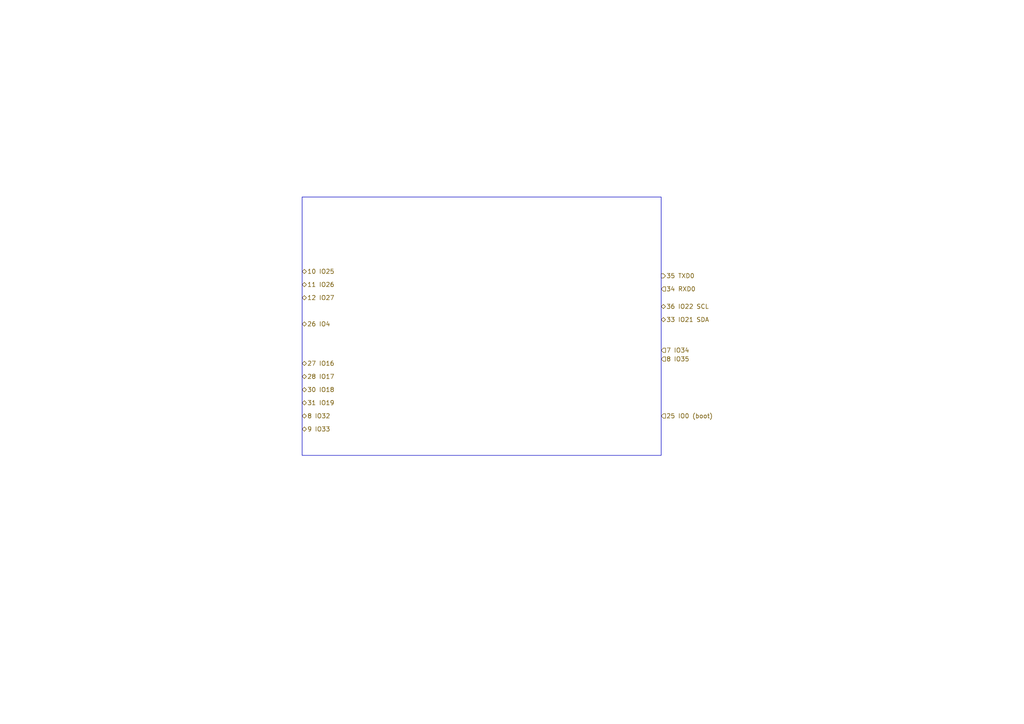
<source format=kicad_sch>
(kicad_sch (version 20230121) (generator eeschema)
  (paper "A4")
  (lib_symbols)
  (rectangle (start 87.63 57.15) (end 191.77 132.08))
  (hierarchical_label "36 IO22 SCL" (shape bidirectional) (at 191.77 88.9 0))
  (hierarchical_label "8 IO35" (shape input) (at 191.77 104.14 0))
  (hierarchical_label "10 IO25" (shape bidirectional) (at 87.63 78.74 0))
  (hierarchical_label "30 IO18" (shape bidirectional) (at 87.63 113.03 0))
  (hierarchical_label "12 IO27" (shape bidirectional) (at 87.63 86.36 0))
  (hierarchical_label "25 IO0 (boot)" (shape input) (at 191.77 120.65 0))
  (hierarchical_label "8 IO32" (shape bidirectional) (at 87.63 120.65 0))
  (hierarchical_label "26 IO4" (shape bidirectional) (at 87.63 93.98 0))
  (hierarchical_label "35 TXD0" (shape output) (at 191.77 80.01 0))
  (hierarchical_label "27 IO16" (shape bidirectional) (at 87.63 105.41 0))
  (hierarchical_label "9 IO33" (shape bidirectional) (at 87.63 124.46 0))
  (hierarchical_label "11 IO26" (shape bidirectional) (at 87.63 82.55 0))
  (hierarchical_label "33 IO21 SDA" (shape bidirectional) (at 191.77 92.71 0))
  (hierarchical_label "31 IO19" (shape bidirectional) (at 87.63 116.84 0))
  (hierarchical_label "7 IO34" (shape input) (at 191.77 101.6 0))
  (hierarchical_label "28 IO17" (shape bidirectional) (at 87.63 109.22 0))
  (hierarchical_label "34 RXD0" (shape input) (at 191.77 83.82 0))
)
</source>
